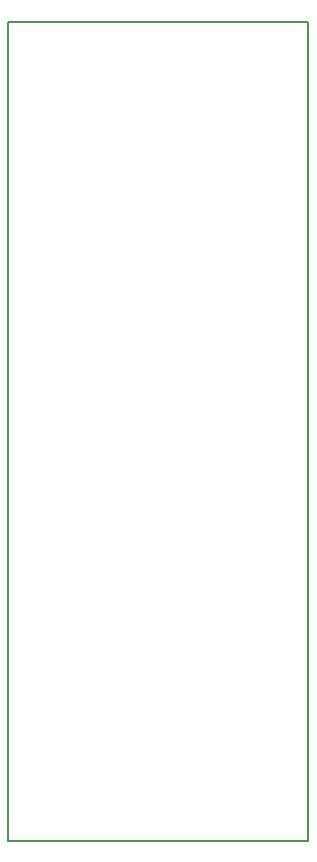
<source format=gbr>
G04 #@! TF.FileFunction,Profile,NP*
%FSLAX46Y46*%
G04 Gerber Fmt 4.6, Leading zero omitted, Abs format (unit mm)*
G04 Created by KiCad (PCBNEW 4.0.7-e2-6376~58~ubuntu16.04.1) date Fri Nov  3 14:53:56 2017*
%MOMM*%
%LPD*%
G01*
G04 APERTURE LIST*
%ADD10C,0.100000*%
%ADD11C,0.150000*%
G04 APERTURE END LIST*
D10*
D11*
X104140000Y-127000000D02*
X104140000Y-57658000D01*
X129540000Y-127000000D02*
X104140000Y-127000000D01*
X129540000Y-57658000D02*
X129540000Y-127000000D01*
X104140000Y-57658000D02*
X129540000Y-57658000D01*
M02*

</source>
